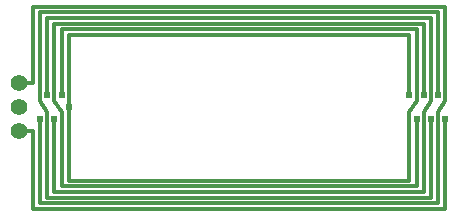
<source format=gbr>
G04 EAGLE Gerber X2 export*
%TF.Part,Single*%
%TF.FileFunction,Copper,L1,Top,Mixed*%
%TF.FilePolarity,Positive*%
%TF.GenerationSoftware,Autodesk,EAGLE,8.6.3*%
%TF.CreationDate,2019-05-09T14:54:00Z*%
G75*
%MOMM*%
%FSLAX34Y34*%
%LPD*%
%AMOC8*
5,1,8,0,0,1.08239X$1,22.5*%
G01*
%ADD10C,0.304800*%
%ADD11C,1.422400*%
%ADD12C,0.609600*%


D10*
X370840Y176530D02*
X21590Y176530D01*
X370840Y176530D02*
X370840Y96520D01*
X370840Y5080D02*
X21590Y5080D01*
X27686Y171704D02*
X364744Y171704D01*
X358648Y166878D02*
X33782Y166878D01*
X358648Y166878D02*
X358648Y96520D01*
X364744Y9906D02*
X27686Y9906D01*
X33782Y14732D02*
X358648Y14732D01*
X33782Y14732D02*
X33782Y87630D01*
X39878Y96520D02*
X39878Y162052D01*
X352552Y162052D01*
X346456Y157226D02*
X45974Y157226D01*
X346456Y157226D02*
X346456Y96520D01*
X340360Y152400D02*
X52070Y152400D01*
X39878Y19558D02*
X352552Y19558D01*
X346456Y24384D02*
X45974Y24384D01*
X52070Y29210D02*
X340360Y29210D01*
X33782Y101600D02*
X33782Y166878D01*
X45974Y157226D02*
X45974Y101600D01*
X27686Y81280D02*
X27686Y9906D01*
X39878Y19558D02*
X39878Y81280D01*
X21590Y71120D02*
X10160Y71120D01*
X21590Y71120D02*
X21590Y5080D01*
X21590Y111760D02*
X10160Y111760D01*
X21590Y111760D02*
X21590Y176530D01*
X364744Y171704D02*
X364744Y101600D01*
X352552Y101600D02*
X352552Y162052D01*
X358648Y81280D02*
X358648Y14732D01*
X370840Y5080D02*
X370840Y81280D01*
X346456Y81280D02*
X346456Y24384D01*
X340360Y101600D02*
X340360Y152400D01*
X27686Y171704D02*
X27686Y96520D01*
X33782Y87630D01*
X45974Y87630D02*
X45974Y24384D01*
X45974Y87630D02*
X39878Y96520D01*
X52070Y91440D02*
X52070Y29210D01*
X52070Y91440D02*
X52070Y152400D01*
X340360Y87630D02*
X340360Y29210D01*
X340360Y87630D02*
X346456Y96520D01*
X352552Y87630D02*
X352552Y19558D01*
X352552Y87630D02*
X358648Y96520D01*
X364744Y87630D02*
X364744Y9906D01*
X364744Y87630D02*
X370840Y96520D01*
D11*
X10160Y111760D03*
X10160Y91440D03*
X10160Y71120D03*
D12*
X27686Y81280D03*
X33782Y101600D03*
X45974Y101600D03*
X52070Y91440D03*
X39878Y81280D03*
X340360Y101600D03*
X352552Y101600D03*
X364744Y101600D03*
X370840Y81280D03*
X358648Y81280D03*
X346456Y81280D03*
M02*

</source>
